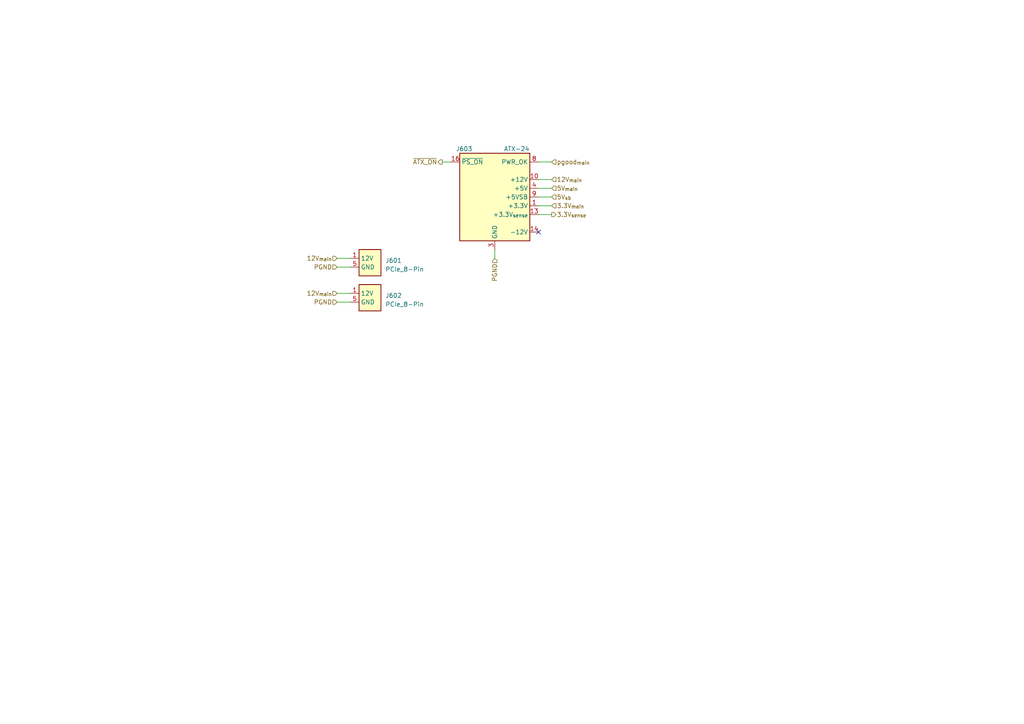
<source format=kicad_sch>
(kicad_sch (version 20210406) (generator eeschema)
  (paper "A4")
  (title_block (title "Common Slot to ATX Adapter") (rev "1"))
  (lib_symbols
    (symbol "proj_sym:ATX-24"
      (property "Reference" "J" (at -8.89 13.97 0))
      (property "Value" "ATX-24" (at 6.35 13.97 0))
      (symbol "ATX-24_0_1"
        (rectangle (start -10.16 12.7) (end 10.16 -12.7) (stroke (width 0.254)) (fill (type background)))
      )
      (symbol "ATX-24_1_1"
        (pin power_out line (at 12.7 -2.54 180) (length 2.54) (name "+3.3V") (number "1"))
        (pin power_out line (at 12.7 5.08 180) (length 2.54) (name "+12V") (number "10"))
        (pin passive line (at 12.7 5.08 180) (length 2.54) hide (name "+12V") (number "11"))
        (pin passive line (at 12.7 -2.54 180) (length 2.54) hide (name "+3.3V") (number "12"))
        (pin output line (at 12.7 -5.08 180) (length 2.54) (name "+3.3V_{sense}") (number "13"))
        (pin power_out line (at 12.7 -10.16 180) (length 2.54) (name "-12V") (number "14"))
        (pin passive line (at 0 -15.24 90) (length 2.54) hide (name "GND") (number "15"))
        (pin open_collector line (at -12.7 10.16 0) (length 2.54) (name "~PS_ON") (number "16"))
        (pin passive line (at 0 -15.24 90) (length 2.54) hide (name "GND") (number "17"))
        (pin passive line (at 0 -15.24 90) (length 2.54) hide (name "GND") (number "18"))
        (pin passive line (at 0 -15.24 90) (length 2.54) hide (name "GND") (number "19"))
        (pin passive line (at 12.7 -2.54 180) (length 2.54) hide (name "+3.3V") (number "2"))
        (pin no_connect line (at -10.16 0 0) (length 2.54) hide (name "NC") (number "20"))
        (pin passive line (at 12.7 2.54 180) (length 2.54) hide (name "+5V") (number "21"))
        (pin passive line (at 12.7 2.54 180) (length 2.54) hide (name "+5V") (number "22"))
        (pin passive line (at 12.7 2.54 180) (length 2.54) hide (name "+5V") (number "23"))
        (pin passive line (at 0 -15.24 90) (length 2.54) hide (name "GND") (number "24"))
        (pin power_out line (at 0 -15.24 90) (length 2.54) (name "GND") (number "3"))
        (pin power_out line (at 12.7 2.54 180) (length 2.54) (name "+5V") (number "4"))
        (pin passive line (at 0 -15.24 90) (length 2.54) hide (name "GND") (number "5"))
        (pin passive line (at 12.7 2.54 180) (length 2.54) hide (name "+5V") (number "6"))
        (pin passive line (at 0 -15.24 90) (length 2.54) hide (name "GND") (number "7"))
        (pin output line (at 12.7 10.16 180) (length 2.54) (name "PWR_OK") (number "8"))
        (pin power_in line (at 12.7 0 180) (length 2.54) (name "+5VSB") (number "9"))
      )
    )
    (symbol "proj_sym:PCIe_8-Pin"
      (property "Reference" "J" (at 2.54 7.62 0))
      (property "Value" "PCIe_8-Pin" (at 8.89 -5.08 0))
      (symbol "PCIe_8-Pin_0_0"
        (pin passive line (at 0 0 0) (length 2.54) hide (name "GND") (number "7"))
        (pin passive line (at 0 0 0) (length 2.54) hide (name "GND") (number "8"))
      )
      (symbol "PCIe_8-Pin_0_1"
        (rectangle (start 2.54 5.08) (end 8.89 -2.54) (stroke (width 0.254)) (fill (type background)))
      )
      (symbol "PCIe_8-Pin_1_1"
        (pin power_in line (at 0 2.54 0) (length 2.54) (name "12V") (number "1"))
        (pin passive line (at 0 2.54 0) (length 2.54) hide (name "12V") (number "2"))
        (pin passive line (at 0 2.54 0) (length 2.54) hide (name "12V") (number "3"))
        (pin passive line (at 0 0 0) (length 2.54) hide (name "GND") (number "4"))
        (pin power_in line (at 0 0 0) (length 2.54) (name "GND") (number "5"))
        (pin passive line (at 0 0 0) (length 2.54) hide (name "GND") (number "6"))
      )
    )
  )
  (no_connect (at 156.21 67.31))
  (wire (pts (xy 97.79 74.93) (xy 101.6 74.93)))
  (wire (pts (xy 97.79 77.47) (xy 101.6 77.47)))
  (wire (pts (xy 97.79 85.09) (xy 101.6 85.09)))
  (wire (pts (xy 97.79 87.63) (xy 101.6 87.63)))
  (wire (pts (xy 128.27 46.99) (xy 130.81 46.99)))
  (wire (pts (xy 143.51 72.39) (xy 143.51 74.93)))
  (wire (pts (xy 156.21 46.99) (xy 160.02 46.99)))
  (wire (pts (xy 156.21 52.07) (xy 160.02 52.07)))
  (wire (pts (xy 156.21 54.61) (xy 160.02 54.61)))
  (wire (pts (xy 156.21 57.15) (xy 160.02 57.15)))
  (wire (pts (xy 156.21 59.69) (xy 160.02 59.69)))
  (wire (pts (xy 156.21 62.23) (xy 160.02 62.23)))
  (hierarchical_label "12V_{main}" (shape input) (at 97.79 74.93 180))
  (hierarchical_label "PGND" (shape input) (at 97.79 77.47 180))
  (hierarchical_label "12V_{main}" (shape input) (at 97.79 85.09 180))
  (hierarchical_label "PGND" (shape input) (at 97.79 87.63 180))
  (hierarchical_label "~ATX_ON" (shape output) (at 128.27 46.99 180))
  (hierarchical_label "PGND" (shape input) (at 143.51 74.93 270))
  (hierarchical_label "pgood_{main}" (shape input) (at 160.02 46.99 0))
  (hierarchical_label "12V_{main}" (shape input) (at 160.02 52.07 0))
  (hierarchical_label "5V_{main}" (shape input) (at 160.02 54.61 0))
  (hierarchical_label "5V_{sb}" (shape input) (at 160.02 57.15 0))
  (hierarchical_label "3.3V_{main}" (shape input) (at 160.02 59.69 0))
  (hierarchical_label "3.3V_{sense}" (shape output) (at 160.02 62.23 0))
  (symbol (lib_id "proj_sym:PCIe_8-Pin") (at 101.6 77.47 0) (unit 1)
    (property "Reference" "J601" (at 111.76 75.5649 0) (effects (justify left)))
    (property "Value" "PCIe_8-Pin" (at 111.76 78.1049 0) (effects (justify left)))
    (property "Datasheet" "${KIPRJMOD}/45586/455860006_sd.pdf" (effects hide))
  )
  (symbol (lib_id "proj_sym:PCIe_8-Pin") (at 101.6 87.63 0) (unit 1)
    (property "Reference" "J602" (at 111.76 85.7249 0) (effects (justify left)))
    (property "Value" "PCIe_8-Pin" (at 111.76 88.2649 0) (effects (justify left)))
    (property "Datasheet" "${KIPRJMOD}/45586/455860006_sd.pdf" (effects hide))
  )
  (symbol (lib_id "proj_sym:ATX-24") (at 143.51 57.15 0) (unit 1)
    (property "Reference" "J603" (at 134.62 43.18 0))
    (property "Value" "ATX-24" (at 149.86 43.18 0))
    (property "Datasheet" "${KIPRJMOD}/atx/power-supply-design-guide-june.pdf" (effects hide))
  )
)
</source>
